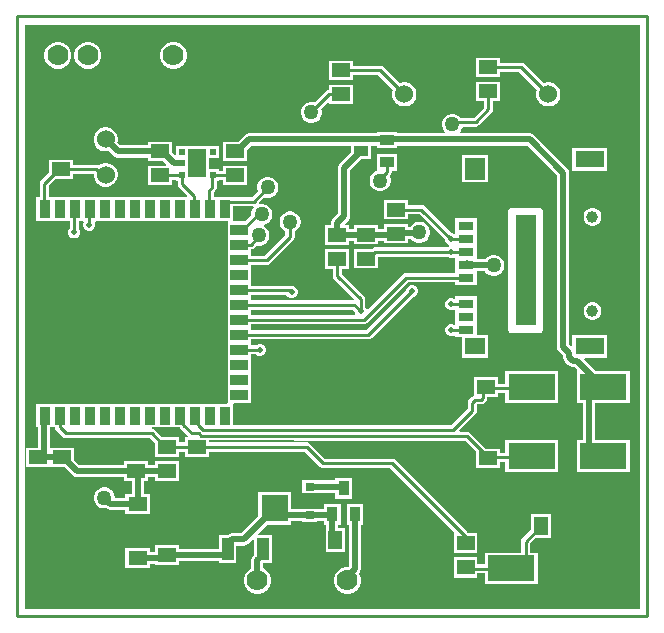
<source format=gtl>
G04*
G04 #@! TF.GenerationSoftware,Altium Limited,Altium Designer,22.6.1 (34)*
G04*
G04 Layer_Physical_Order=1*
G04 Layer_Color=255*
%FSLAX25Y25*%
%MOIN*%
G70*
G04*
G04 #@! TF.SameCoordinates,25FD31E9-3CFC-4910-949B-E761997E39EF*
G04*
G04*
G04 #@! TF.FilePolarity,Positive*
G04*
G01*
G75*
%ADD12C,0.01000*%
%ADD19R,0.06500X0.07300*%
%ADD20R,0.09600X0.05700*%
%ADD21R,0.06500X0.05700*%
%ADD22R,0.05118X0.02756*%
%ADD23R,0.15748X0.08504*%
%ADD24R,0.04961X0.03543*%
%ADD25R,0.06299X0.04724*%
%ADD26R,0.09843X0.17717*%
%ADD27R,0.03000X0.02500*%
%ADD28R,0.05906X0.04724*%
%ADD29R,0.05906X0.09449*%
%ADD30R,0.02165X0.01968*%
%ADD31R,0.03900X0.07400*%
%ADD32R,0.03900X0.07450*%
%ADD33R,0.03543X0.05906*%
%ADD34R,0.05906X0.03543*%
%ADD35R,0.03543X0.03543*%
%ADD36R,0.09055X0.09055*%
%ADD37R,0.06000X0.04500*%
%ADD38R,0.04500X0.06000*%
%ADD39R,0.03543X0.04961*%
%ADD61C,0.07000*%
%ADD64C,0.02000*%
%ADD65C,0.03937*%
%ADD66C,0.06000*%
%ADD67C,0.01575*%
%ADD68C,0.02000*%
%ADD69C,0.05000*%
G36*
X488500Y263000D02*
X283500D01*
Y457500D01*
X488500D01*
Y263000D01*
D02*
G37*
%LPC*%
G36*
X333592Y452000D02*
X332408D01*
X331263Y451693D01*
X330237Y451101D01*
X329399Y450263D01*
X328807Y449237D01*
X328500Y448092D01*
Y446908D01*
X328807Y445763D01*
X329399Y444737D01*
X330237Y443899D01*
X331263Y443307D01*
X332408Y443000D01*
X333592D01*
X334737Y443307D01*
X335763Y443899D01*
X336601Y444737D01*
X337193Y445763D01*
X337500Y446908D01*
Y448092D01*
X337193Y449237D01*
X336601Y450263D01*
X335763Y451101D01*
X334737Y451693D01*
X333592Y452000D01*
D02*
G37*
G36*
X305092D02*
X303908D01*
X302763Y451693D01*
X301737Y451101D01*
X300899Y450263D01*
X300307Y449237D01*
X300000Y448092D01*
Y446908D01*
X300307Y445763D01*
X300899Y444737D01*
X301737Y443899D01*
X302763Y443307D01*
X303908Y443000D01*
X305092D01*
X306237Y443307D01*
X307263Y443899D01*
X308101Y444737D01*
X308693Y445763D01*
X309000Y446908D01*
Y448092D01*
X308693Y449237D01*
X308101Y450263D01*
X307263Y451101D01*
X306237Y451693D01*
X305092Y452000D01*
D02*
G37*
G36*
X295092D02*
X293908D01*
X292763Y451693D01*
X291737Y451101D01*
X290899Y450263D01*
X290307Y449237D01*
X290000Y448092D01*
Y446908D01*
X290307Y445763D01*
X290899Y444737D01*
X291737Y443899D01*
X292763Y443307D01*
X293908Y443000D01*
X295092D01*
X296237Y443307D01*
X297263Y443899D01*
X298101Y444737D01*
X298693Y445763D01*
X299000Y446908D01*
Y448092D01*
X298693Y449237D01*
X298101Y450263D01*
X297263Y451101D01*
X296237Y451693D01*
X295092Y452000D01*
D02*
G37*
G36*
X393000Y437750D02*
X385000D01*
Y436029D01*
X384415Y435913D01*
X383919Y435581D01*
X380152Y431815D01*
X379461Y432000D01*
X378539D01*
X377649Y431762D01*
X376851Y431301D01*
X376199Y430649D01*
X375739Y429851D01*
X375500Y428961D01*
Y428039D01*
X375739Y427149D01*
X376199Y426351D01*
X376851Y425699D01*
X377649Y425239D01*
X378539Y425000D01*
X379461D01*
X380351Y425239D01*
X381149Y425699D01*
X381801Y426351D01*
X382261Y427149D01*
X382500Y428039D01*
Y428961D01*
X382315Y429652D01*
X384538Y431875D01*
X385000Y431684D01*
Y431250D01*
X393000D01*
Y437750D01*
D02*
G37*
G36*
X442000Y446750D02*
X434000D01*
Y440250D01*
X442000D01*
Y441971D01*
X448366D01*
X454280Y436057D01*
X454273Y436044D01*
X454000Y435027D01*
Y433973D01*
X454273Y432956D01*
X454799Y432044D01*
X455544Y431299D01*
X456456Y430773D01*
X457473Y430500D01*
X458527D01*
X459544Y430773D01*
X460456Y431299D01*
X461201Y432044D01*
X461727Y432956D01*
X462000Y433973D01*
Y435027D01*
X461727Y436044D01*
X461201Y436956D01*
X460456Y437701D01*
X459544Y438227D01*
X458527Y438500D01*
X457473D01*
X456456Y438227D01*
X456443Y438220D01*
X450081Y444581D01*
X449585Y444913D01*
X449000Y445029D01*
X442000D01*
Y446750D01*
D02*
G37*
G36*
X393000Y445750D02*
X385000D01*
Y439250D01*
X393000D01*
Y440971D01*
X401367D01*
X406280Y436057D01*
X406273Y436044D01*
X406000Y435027D01*
Y433973D01*
X406273Y432956D01*
X406799Y432044D01*
X407544Y431299D01*
X408456Y430773D01*
X409473Y430500D01*
X410527D01*
X411544Y430773D01*
X412456Y431299D01*
X413201Y432044D01*
X413727Y432956D01*
X414000Y433973D01*
Y435027D01*
X413727Y436044D01*
X413201Y436956D01*
X412456Y437701D01*
X411544Y438227D01*
X410527Y438500D01*
X409473D01*
X408456Y438227D01*
X408443Y438220D01*
X403081Y443581D01*
X402585Y443913D01*
X402000Y444029D01*
X393000D01*
Y445750D01*
D02*
G37*
G36*
X442000Y438750D02*
X434000D01*
Y432250D01*
X436471D01*
Y430133D01*
X433132Y426795D01*
X428655D01*
X428149Y427301D01*
X427351Y427762D01*
X426461Y428000D01*
X425539D01*
X424649Y427762D01*
X423851Y427301D01*
X423199Y426649D01*
X422739Y425851D01*
X422500Y424961D01*
Y424039D01*
X422739Y423149D01*
X423199Y422351D01*
X423511Y422039D01*
X423304Y421539D01*
X407711D01*
Y422112D01*
X400750D01*
Y421539D01*
X358250D01*
X357470Y421384D01*
X356808Y420942D01*
X354616Y418750D01*
X349500D01*
Y412250D01*
X357500D01*
Y415866D01*
X359095Y417461D01*
X392089D01*
Y415003D01*
X388558Y411473D01*
X388116Y410811D01*
X387961Y410031D01*
Y394937D01*
X386244Y393220D01*
X385802Y392559D01*
X385647Y391778D01*
Y390950D01*
X383600D01*
Y384450D01*
X391600D01*
Y385661D01*
X393200D01*
Y384550D01*
X401200D01*
Y385661D01*
X403300D01*
Y384850D01*
X411300D01*
Y386311D01*
X412339D01*
X412851Y385799D01*
X413649Y385338D01*
X414539Y385100D01*
X415461D01*
X416351Y385338D01*
X417149Y385799D01*
X417801Y386451D01*
X418261Y387249D01*
X418500Y388139D01*
Y389061D01*
X418261Y389951D01*
X417801Y390749D01*
X417149Y391401D01*
X416351Y391862D01*
X415461Y392100D01*
X414539D01*
X413649Y391862D01*
X412851Y391401D01*
X412199Y390749D01*
X411992Y390389D01*
X411300D01*
Y391350D01*
X403300D01*
Y389739D01*
X401200D01*
Y391050D01*
X393200D01*
Y389739D01*
X391600D01*
Y390950D01*
X390395D01*
X390204Y391412D01*
X391442Y392650D01*
X391884Y393312D01*
X392039Y394092D01*
Y409186D01*
X395682Y412828D01*
X399050D01*
Y417461D01*
X400750D01*
Y416569D01*
X407711D01*
Y417461D01*
X450984D01*
X460861Y407584D01*
Y350379D01*
X461016Y349599D01*
X461458Y348938D01*
X462953Y347443D01*
Y346870D01*
X463108Y346090D01*
X463550Y345428D01*
X464722Y344257D01*
X464722Y344257D01*
X465383Y343815D01*
X466164Y343660D01*
X466736D01*
X467682Y342714D01*
X467490Y342252D01*
X467406D01*
Y331748D01*
X469461D01*
Y319252D01*
X467406D01*
Y308748D01*
X485153D01*
Y319252D01*
X473539D01*
Y331748D01*
X485153D01*
Y342252D01*
X473911D01*
X469927Y346237D01*
X470118Y346699D01*
X477592D01*
Y354399D01*
X465992D01*
Y350824D01*
X465530Y350633D01*
X464939Y351224D01*
Y408428D01*
X464784Y409209D01*
X464342Y409870D01*
X453270Y420942D01*
X452609Y421384D01*
X451828Y421539D01*
X428696D01*
X428489Y422039D01*
X428801Y422351D01*
X429261Y423149D01*
X429419Y423736D01*
X433765D01*
X434351Y423852D01*
X434847Y424184D01*
X439081Y428419D01*
X439413Y428915D01*
X439529Y429500D01*
Y432250D01*
X442000D01*
Y438750D01*
D02*
G37*
G36*
X477592Y416701D02*
X465992D01*
Y409001D01*
X477592D01*
Y416701D01*
D02*
G37*
G36*
X437853Y414450D02*
X429353D01*
Y405150D01*
X437853D01*
Y414450D01*
D02*
G37*
G36*
X311027Y423500D02*
X309973D01*
X308956Y423227D01*
X308044Y422701D01*
X307299Y421956D01*
X306773Y421044D01*
X306500Y420027D01*
Y418973D01*
X306773Y417956D01*
X307299Y417044D01*
X308044Y416299D01*
X308956Y415773D01*
X309973Y415500D01*
X311027D01*
X311492Y415625D01*
X313058Y414058D01*
X313720Y413616D01*
X314500Y413461D01*
X324500D01*
Y412250D01*
X329616D01*
X330654Y411212D01*
X330463Y410750D01*
X324500D01*
Y404250D01*
X332500D01*
Y406034D01*
X333858D01*
Y405579D01*
X334412D01*
Y404669D01*
X334528Y404084D01*
X334859Y403588D01*
X337690Y400757D01*
X337499Y400295D01*
X291529D01*
Y404116D01*
X293663Y406250D01*
X299500D01*
Y407971D01*
X306500D01*
Y407162D01*
X306773Y406145D01*
X307299Y405233D01*
X308044Y404488D01*
X308956Y403962D01*
X309973Y403689D01*
X311027D01*
X312044Y403962D01*
X312956Y404488D01*
X313701Y405233D01*
X314227Y406145D01*
X314500Y407162D01*
Y408216D01*
X314227Y409233D01*
X313701Y410145D01*
X312956Y410890D01*
X312044Y411416D01*
X311027Y411689D01*
X309973D01*
X308956Y411416D01*
X308044Y410890D01*
X308009Y410854D01*
X307921Y410913D01*
X307336Y411029D01*
X299500D01*
Y412750D01*
X291500D01*
Y408413D01*
X288919Y405831D01*
X288587Y405335D01*
X288471Y404750D01*
Y400295D01*
X287323D01*
Y392390D01*
X298471D01*
Y389799D01*
X298305Y389633D01*
X298000Y388898D01*
Y388102D01*
X298305Y387367D01*
X298867Y386805D01*
X299602Y386500D01*
X300398D01*
X301133Y386805D01*
X301695Y387367D01*
X302000Y388102D01*
Y388898D01*
X301695Y389633D01*
X301529Y389799D01*
Y392390D01*
X302908D01*
X303204Y391890D01*
X303000Y391398D01*
Y390602D01*
X303305Y389867D01*
X303867Y389304D01*
X304602Y389000D01*
X305398D01*
X306133Y389304D01*
X306696Y389867D01*
X307000Y390602D01*
Y391398D01*
X306796Y391890D01*
X307092Y392390D01*
X350656D01*
X351063Y392165D01*
X351063Y391890D01*
Y386622D01*
Y381622D01*
Y376622D01*
Y371622D01*
Y366622D01*
Y361622D01*
Y356622D01*
Y351622D01*
Y346622D01*
Y341622D01*
Y336622D01*
Y331898D01*
X351063Y331622D01*
X350656Y331398D01*
X287323D01*
Y323492D01*
X287961D01*
Y316750D01*
X284000D01*
Y310250D01*
X296741D01*
X299433Y307558D01*
X300095Y307116D01*
X300875Y306961D01*
X316500D01*
Y305750D01*
X319059D01*
Y301417D01*
X316949D01*
Y300094D01*
X313500D01*
Y300461D01*
X313262Y301351D01*
X312801Y302149D01*
X312149Y302801D01*
X311351Y303261D01*
X310461Y303500D01*
X309539D01*
X308649Y303261D01*
X307851Y302801D01*
X307199Y302149D01*
X306738Y301351D01*
X306500Y300461D01*
Y299539D01*
X306738Y298649D01*
X307199Y297851D01*
X307851Y297199D01*
X308649Y296739D01*
X309539Y296500D01*
X310461D01*
X310612Y296540D01*
X311164Y296171D01*
X311945Y296016D01*
X311945Y296016D01*
X316949D01*
Y294693D01*
X325248D01*
Y301417D01*
X323138D01*
Y305750D01*
X324500D01*
Y306961D01*
X327000D01*
Y305750D01*
X335000D01*
Y312250D01*
X327000D01*
Y311039D01*
X324500D01*
Y312250D01*
X316500D01*
Y311039D01*
X301720D01*
X300000Y312759D01*
Y316750D01*
X292039D01*
Y323492D01*
X293577D01*
X293676Y322993D01*
X294008Y322497D01*
X296086Y320419D01*
X296582Y320087D01*
X297167Y319971D01*
X325116D01*
X327000Y318087D01*
Y313750D01*
X335000D01*
Y315471D01*
X337000D01*
Y313750D01*
X345000D01*
Y315471D01*
X376885D01*
X381937Y310419D01*
X382433Y310087D01*
X383018Y309971D01*
X405367D01*
X426591Y288747D01*
X426466Y288445D01*
X426466D01*
Y281721D01*
X434371D01*
Y288445D01*
X431218D01*
X407081Y312581D01*
X406585Y312913D01*
X406000Y313029D01*
X383652D01*
X378600Y318081D01*
X378104Y318413D01*
X377518Y318529D01*
X345000D01*
Y319221D01*
X373073D01*
X373123Y319187D01*
X373708Y319071D01*
X430267D01*
X433800Y315537D01*
Y309950D01*
X441800D01*
Y311971D01*
X443626D01*
Y308748D01*
X461374D01*
Y319252D01*
X443626D01*
Y315029D01*
X441800D01*
Y316450D01*
X437213D01*
X431981Y321681D01*
X431485Y322013D01*
X430900Y322129D01*
X428546D01*
X428354Y322591D01*
X433763Y328000D01*
X434094Y328496D01*
X434211Y329081D01*
Y331139D01*
X435514D01*
X436099Y331256D01*
X436596Y331587D01*
X437181Y332173D01*
X437513Y332669D01*
X437629Y333254D01*
Y333669D01*
X441181D01*
Y334971D01*
X443626D01*
Y331748D01*
X461374D01*
Y342252D01*
X443626D01*
Y338029D01*
X441181D01*
Y340169D01*
X433181D01*
Y334123D01*
X432975Y334082D01*
X432479Y333750D01*
X431600Y332871D01*
X431269Y332375D01*
X431152Y331790D01*
Y329715D01*
X425617Y324179D01*
X352866D01*
Y331122D01*
X352866Y331398D01*
X353273Y331622D01*
X358968D01*
Y336622D01*
Y341622D01*
Y347871D01*
X360501D01*
X360667Y347705D01*
X361402Y347400D01*
X362198D01*
X362933Y347705D01*
X363495Y348267D01*
X363800Y349002D01*
Y349798D01*
X363495Y350533D01*
X362933Y351096D01*
X362198Y351400D01*
X361402D01*
X360667Y351096D01*
X360501Y350929D01*
X358968D01*
Y352864D01*
X397994D01*
X398579Y352981D01*
X399075Y353312D01*
X412763Y367000D01*
X412998D01*
X413733Y367304D01*
X414295Y367867D01*
X414600Y368602D01*
Y369398D01*
X414295Y370133D01*
X413733Y370695D01*
X412998Y371000D01*
X412202D01*
X411467Y370695D01*
X410905Y370133D01*
X410600Y369398D01*
Y369163D01*
X397360Y355923D01*
X358968D01*
Y357864D01*
X396429D01*
X397014Y357981D01*
X397511Y358312D01*
X411125Y371926D01*
X426998D01*
Y371078D01*
X434116D01*
Y375604D01*
X436853D01*
X436999Y375351D01*
X437651Y374699D01*
X438449Y374238D01*
X439339Y374000D01*
X440261D01*
X441151Y374238D01*
X441949Y374699D01*
X442601Y375351D01*
X443061Y376149D01*
X443300Y377039D01*
Y377961D01*
X443061Y378851D01*
X442601Y379649D01*
X441949Y380301D01*
X441151Y380762D01*
X440261Y381000D01*
X439339D01*
X438449Y380762D01*
X437651Y380301D01*
X437033Y379682D01*
X434116D01*
Y384070D01*
Y388401D01*
Y393157D01*
X426998D01*
Y388286D01*
X426996Y388283D01*
X426498Y387993D01*
X425998Y388200D01*
X425763D01*
X416781Y397181D01*
X416285Y397513D01*
X415700Y397629D01*
X411300D01*
Y399350D01*
X403300D01*
Y392850D01*
X411300D01*
Y394571D01*
X415066D01*
X423600Y386037D01*
Y385802D01*
X423905Y385067D01*
X424467Y384505D01*
X424790Y384371D01*
Y383829D01*
X424467Y383696D01*
X424301Y383529D01*
X400150D01*
X399565Y383413D01*
X399069Y383081D01*
X399037Y383050D01*
X393200D01*
Y376550D01*
X401200D01*
Y380471D01*
X424301D01*
X424467Y380305D01*
X425202Y380000D01*
X425998D01*
X426498Y380207D01*
X426996Y379917D01*
X426998Y379914D01*
Y374985D01*
X410491D01*
X409906Y374869D01*
X409410Y374537D01*
X397803Y362931D01*
X397214Y363048D01*
X397095Y363333D01*
X396929Y363499D01*
Y366175D01*
X396813Y366760D01*
X396481Y367256D01*
X389129Y374608D01*
Y376450D01*
X391600D01*
Y382950D01*
X383600D01*
Y376450D01*
X386071D01*
Y373975D01*
X386187Y373390D01*
X386519Y372894D01*
X393083Y366329D01*
X392876Y365829D01*
X358968D01*
Y367671D01*
X370720D01*
X370805Y367467D01*
X371367Y366904D01*
X372102Y366600D01*
X372898D01*
X373633Y366904D01*
X374196Y367467D01*
X374500Y368202D01*
Y368998D01*
X374196Y369733D01*
X373633Y370296D01*
X372898Y370600D01*
X372234D01*
X372215Y370613D01*
X371629Y370729D01*
X358968D01*
Y377637D01*
X364124D01*
X364709Y377753D01*
X365205Y378085D01*
X372981Y385861D01*
X373313Y386357D01*
X373429Y386943D01*
Y388842D01*
X374049Y389199D01*
X374701Y389851D01*
X375162Y390649D01*
X375400Y391539D01*
Y392461D01*
X375162Y393351D01*
X374701Y394149D01*
X374049Y394801D01*
X373251Y395262D01*
X372361Y395500D01*
X371439D01*
X370549Y395262D01*
X369751Y394801D01*
X369099Y394149D01*
X368638Y393351D01*
X368400Y392461D01*
Y391539D01*
X368638Y390649D01*
X369099Y389851D01*
X369751Y389199D01*
X370371Y388842D01*
Y387576D01*
X363490Y380696D01*
X358968D01*
Y382879D01*
X359479Y382981D01*
X359975Y383312D01*
X360742Y384080D01*
X361039Y384000D01*
X361961D01*
X362851Y384239D01*
X363649Y384699D01*
X364301Y385351D01*
X364761Y386149D01*
X365000Y387039D01*
Y387961D01*
X364761Y388851D01*
X364301Y389649D01*
X363649Y390301D01*
X363216Y390551D01*
X363287Y391087D01*
X363851Y391238D01*
X364649Y391699D01*
X365301Y392351D01*
X365761Y393149D01*
X366000Y394039D01*
Y394961D01*
X365761Y395851D01*
X365301Y396649D01*
X364649Y397301D01*
X363851Y397762D01*
X362961Y398000D01*
X362039D01*
X361808Y397938D01*
X361549Y398386D01*
X363348Y400185D01*
X364039Y400000D01*
X364961D01*
X365851Y400239D01*
X366649Y400699D01*
X367301Y401351D01*
X367761Y402149D01*
X368000Y403039D01*
Y403961D01*
X367761Y404851D01*
X367301Y405649D01*
X366649Y406301D01*
X365851Y406762D01*
X364961Y407000D01*
X364039D01*
X363149Y406762D01*
X362351Y406301D01*
X361699Y405649D01*
X361239Y404851D01*
X361000Y403961D01*
Y403039D01*
X361185Y402348D01*
X359162Y400325D01*
X351366D01*
X351218Y400295D01*
X346529D01*
Y401866D01*
X347042Y402379D01*
X347374Y402875D01*
X347490Y403461D01*
Y405579D01*
X348142D01*
Y406034D01*
X349500D01*
Y404250D01*
X357500D01*
Y410750D01*
X349500D01*
Y409092D01*
X348142D01*
Y409547D01*
X344953D01*
Y413453D01*
X348142D01*
Y417421D01*
X343976D01*
Y417224D01*
X338024D01*
Y417421D01*
X333858D01*
Y414429D01*
X333396Y414237D01*
X332500Y415134D01*
Y418750D01*
X324500D01*
Y417539D01*
X315345D01*
X314375Y418508D01*
X314500Y418973D01*
Y420027D01*
X314227Y421044D01*
X313701Y421956D01*
X312956Y422701D01*
X312044Y423227D01*
X311027Y423500D01*
D02*
G37*
G36*
X407711Y414632D02*
X400750D01*
Y409115D01*
X400549Y409061D01*
X399751Y408601D01*
X399099Y407949D01*
X398639Y407151D01*
X398400Y406261D01*
Y405339D01*
X398639Y404449D01*
X399099Y403651D01*
X399751Y402999D01*
X400549Y402538D01*
X401439Y402300D01*
X402361D01*
X403251Y402538D01*
X404049Y402999D01*
X404701Y403651D01*
X405162Y404449D01*
X405400Y405339D01*
Y406261D01*
X405162Y407151D01*
X405086Y407281D01*
X405312Y407507D01*
X405644Y408003D01*
X405760Y408588D01*
Y409088D01*
X407711D01*
Y414632D01*
D02*
G37*
G36*
X473091Y396669D02*
X472309D01*
X471554Y396466D01*
X470877Y396075D01*
X470325Y395523D01*
X469934Y394846D01*
X469732Y394091D01*
Y393309D01*
X469934Y392554D01*
X470325Y391877D01*
X470877Y391325D01*
X471554Y390934D01*
X472309Y390732D01*
X473091D01*
X473846Y390934D01*
X474523Y391325D01*
X475075Y391877D01*
X475466Y392554D01*
X475668Y393309D01*
Y394091D01*
X475466Y394846D01*
X475075Y395523D01*
X474523Y396075D01*
X473846Y396466D01*
X473091Y396669D01*
D02*
G37*
G36*
X434116Y367172D02*
X426998D01*
Y366686D01*
X426996Y366683D01*
X426498Y366393D01*
X425998Y366600D01*
X425202D01*
X424467Y366296D01*
X423905Y365733D01*
X423600Y364998D01*
Y364202D01*
X423905Y363467D01*
X424467Y362905D01*
X425202Y362600D01*
X425998D01*
X426498Y362807D01*
X426996Y362517D01*
X426998Y362514D01*
Y358086D01*
X426996Y358083D01*
X426498Y357793D01*
X425998Y358000D01*
X425202D01*
X424467Y357696D01*
X423905Y357133D01*
X423600Y356398D01*
Y355602D01*
X423905Y354867D01*
X424467Y354305D01*
X425202Y354000D01*
X425998D01*
X426498Y354207D01*
X426996Y353917D01*
X426998Y353914D01*
Y353755D01*
X429353D01*
Y346699D01*
X437853D01*
Y354399D01*
X434116D01*
Y358086D01*
Y362417D01*
Y367172D01*
D02*
G37*
G36*
X473091Y365268D02*
X472309D01*
X471554Y365066D01*
X470877Y364675D01*
X470325Y364123D01*
X469934Y363446D01*
X469732Y362691D01*
Y361909D01*
X469934Y361154D01*
X470325Y360477D01*
X470877Y359925D01*
X471554Y359534D01*
X472309Y359331D01*
X473091D01*
X473846Y359534D01*
X474523Y359925D01*
X475075Y360477D01*
X475466Y361154D01*
X475668Y361909D01*
Y362691D01*
X475466Y363446D01*
X475075Y364123D01*
X474523Y364675D01*
X473846Y365066D01*
X473091Y365268D01*
D02*
G37*
G36*
X455100Y396775D02*
X445800D01*
X445312Y396677D01*
X444899Y396401D01*
X444623Y395988D01*
X444525Y395500D01*
Y356300D01*
X444623Y355812D01*
X444899Y355399D01*
X445312Y355122D01*
X445800Y355026D01*
X455100D01*
X455588Y355122D01*
X456001Y355399D01*
X456278Y355812D01*
X456375Y356300D01*
Y395500D01*
X456278Y395988D01*
X456001Y396401D01*
X455588Y396677D01*
X455100Y396775D01*
D02*
G37*
G36*
X392531Y306642D02*
X386988D01*
Y305839D01*
X381000D01*
Y306050D01*
X376000D01*
Y301550D01*
X381000D01*
Y301761D01*
X386988D01*
Y299681D01*
X392531D01*
Y306642D01*
D02*
G37*
G36*
X372328Y302028D02*
X361272D01*
Y293856D01*
X355595Y288179D01*
X352557D01*
X352557Y288179D01*
X351777Y288024D01*
X351142Y287600D01*
X348139D01*
Y283039D01*
X335000D01*
Y284250D01*
X327000D01*
Y281984D01*
X325248D01*
Y283307D01*
X316949D01*
Y276583D01*
X325248D01*
Y277906D01*
X327000D01*
Y277750D01*
X335000D01*
Y278961D01*
X348139D01*
Y278200D01*
X354039D01*
Y284101D01*
X356440D01*
X357221Y284256D01*
X357882Y284698D01*
X359488Y286304D01*
X359950Y286113D01*
Y281062D01*
X359558Y280670D01*
X359116Y280009D01*
X358961Y279228D01*
Y276519D01*
X358237Y276101D01*
X357399Y275263D01*
X356807Y274237D01*
X356500Y273092D01*
Y271908D01*
X356807Y270763D01*
X357399Y269737D01*
X358237Y268899D01*
X359263Y268307D01*
X360408Y268000D01*
X361592D01*
X362737Y268307D01*
X363763Y268899D01*
X364601Y269737D01*
X365193Y270763D01*
X365500Y271908D01*
Y273092D01*
X365193Y274237D01*
X364601Y275263D01*
X363763Y276101D01*
X363039Y276519D01*
Y278175D01*
X365850D01*
Y287625D01*
X361462D01*
X361271Y288087D01*
X364156Y290972D01*
X372328D01*
Y292161D01*
X376000D01*
Y291950D01*
X381000D01*
Y292161D01*
X383248D01*
Y291020D01*
X383961D01*
Y290000D01*
X383750D01*
Y282000D01*
X390250D01*
Y290000D01*
X388039D01*
Y291020D01*
X388791D01*
Y297980D01*
X383248D01*
Y296239D01*
X381000D01*
Y296450D01*
X376000D01*
Y296239D01*
X372328D01*
Y302028D01*
D02*
G37*
G36*
X458750Y294500D02*
X452250D01*
Y289413D01*
X449363Y286526D01*
X449032Y286030D01*
X448915Y285445D01*
Y281752D01*
X436846D01*
Y277895D01*
X434371D01*
Y280178D01*
X426466D01*
Y273453D01*
X434371D01*
Y274837D01*
X436846D01*
Y271248D01*
X454595D01*
Y281752D01*
X451974D01*
Y284811D01*
X453663Y286500D01*
X458750D01*
Y294500D01*
D02*
G37*
G36*
X396272Y297980D02*
X390728D01*
Y291020D01*
X391461D01*
Y277016D01*
X391445Y277000D01*
X390408D01*
X389263Y276693D01*
X388237Y276101D01*
X387399Y275263D01*
X386807Y274237D01*
X386500Y273092D01*
Y271908D01*
X386807Y270763D01*
X387399Y269737D01*
X388237Y268899D01*
X389263Y268307D01*
X390408Y268000D01*
X391592D01*
X392737Y268307D01*
X393763Y268899D01*
X394601Y269737D01*
X395193Y270763D01*
X395500Y271908D01*
Y273092D01*
X395193Y274237D01*
X394921Y274709D01*
X394942Y274730D01*
X395384Y275391D01*
X395539Y276172D01*
Y291020D01*
X396272D01*
Y297980D01*
D02*
G37*
%LPD*%
G36*
X359831Y396781D02*
X359699Y396649D01*
X359239Y395851D01*
X359000Y394961D01*
Y394360D01*
X356806Y392165D01*
X353273D01*
X352866Y392390D01*
X352866Y392665D01*
Y397266D01*
X359609D01*
X359831Y396781D01*
D02*
G37*
G36*
X393400Y362037D02*
Y361802D01*
X393557Y361423D01*
X393223Y360923D01*
X358968D01*
Y362771D01*
X392667D01*
X393400Y362037D01*
D02*
G37*
G36*
X335285Y323246D02*
X337781Y320750D01*
X337574Y320250D01*
X337000D01*
Y318529D01*
X335000D01*
Y320250D01*
X329163D01*
X326831Y322581D01*
X326335Y322913D01*
X325937Y322992D01*
X325987Y323492D01*
X335120D01*
X335285Y323246D01*
D02*
G37*
G36*
X453826Y357575D02*
X447075D01*
Y394226D01*
X453826D01*
Y357575D01*
D02*
G37*
D12*
X373708Y320600D02*
X430900D01*
X438300Y313200D01*
X343044Y322650D02*
X426250D01*
X373558Y320750D02*
X373708Y320600D01*
X341407Y321600D02*
X342257Y320750D01*
X373558D01*
X339094Y321600D02*
X341407D01*
X336366Y324327D02*
X339094Y321600D01*
X426250Y322650D02*
X432681Y329081D01*
X438300Y313500D02*
X452000D01*
X437431Y336500D02*
X453000D01*
X436100Y335169D02*
X437431Y336500D01*
X436100Y333254D02*
Y335169D01*
X435514Y332669D02*
X436100Y333254D01*
X433560Y332669D02*
X435514D01*
X432681Y331790D02*
X433560Y332669D01*
X432681Y329081D02*
Y331790D01*
X341366Y324327D02*
X343044Y322650D01*
X401900Y405800D02*
Y406257D01*
X404231Y408588D02*
Y411860D01*
X401900Y406257D02*
X404231Y408588D01*
X364124Y379166D02*
X371900Y386943D01*
Y392000D01*
X355469Y379166D02*
X364124D01*
X400150Y382000D02*
X430439D01*
X397950Y379800D02*
X400150Y382000D01*
X397200Y379800D02*
X397950D01*
X396429Y359394D02*
X410491Y373456D01*
X430557D01*
X355016Y354394D02*
X397994D01*
X412600Y369000D01*
X371629Y369200D02*
X372229Y368600D01*
X355209Y369200D02*
X371629D01*
X372229Y368600D02*
X372500D01*
X355016Y369394D02*
X355209Y369200D01*
X355016Y349394D02*
X355022Y349400D01*
X361800D01*
X430433Y386324D02*
X430557Y386448D01*
X425724Y386324D02*
X430433D01*
X425600Y386200D02*
X425724Y386324D01*
X407300Y396100D02*
X415700D01*
X425600Y386200D01*
X387600Y373975D02*
X395400Y366175D01*
Y362200D02*
Y366175D01*
X393300Y364300D02*
X395400Y362200D01*
X355109Y364300D02*
X393300D01*
X387600Y373975D02*
Y379700D01*
X355016Y364394D02*
X355109Y364300D01*
X425600Y356000D02*
X425667Y356066D01*
X430490D02*
X430557Y356133D01*
X425667Y356066D02*
X430490D01*
X425697Y364697D02*
X430459D01*
X430557Y364794D01*
X425600Y364600D02*
X425697Y364697D01*
X430439Y382000D02*
X430557Y382117D01*
X355016Y359394D02*
X396429D01*
X450445Y276500D02*
Y285445D01*
X430419Y276366D02*
X448866D01*
X341000Y317000D02*
X377518D01*
X383018Y311500D01*
X406000D01*
X431004Y286496D01*
X340000Y396500D02*
Y400610D01*
X335941Y404669D02*
X340000Y400610D01*
X345000Y402500D02*
X345961Y403461D01*
Y407563D01*
X345000Y396500D02*
Y402500D01*
X335941Y407559D02*
X336000Y407500D01*
X335937Y407563D02*
X335941Y407559D01*
Y407563D01*
Y404669D02*
Y407559D01*
X341366Y324327D02*
Y326173D01*
X340094Y327445D02*
X341366Y326173D01*
X336366Y324327D02*
Y326173D01*
X335094Y327445D02*
X336366Y326173D01*
X402000Y442500D02*
X410000Y434500D01*
Y433500D02*
Y434500D01*
X389000Y442500D02*
X402000D01*
X438000Y443500D02*
X449000D01*
X458000Y434500D01*
X385000D02*
X389000D01*
X379000Y428500D02*
X385000Y434500D01*
X358894Y384394D02*
X362000Y387500D01*
X362500Y394500D02*
X363000D01*
X361303D02*
X362500D01*
X356197Y389394D02*
X361303Y394500D01*
X355016Y389394D02*
X356197D01*
X355016Y384394D02*
X358894D01*
X438000Y429500D02*
Y435500D01*
X433765Y425265D02*
X438000Y429500D01*
X426765Y425265D02*
X433765D01*
X426000Y424500D02*
X426765Y425265D01*
X448866Y276366D02*
X449500Y277000D01*
X450445Y285445D02*
X455500Y290500D01*
X350095Y396342D02*
Y397524D01*
X351366Y398795D01*
X359795D01*
X364500Y403500D01*
X328500Y407500D02*
X328563Y407563D01*
X335937D01*
X353437D02*
X353500Y407500D01*
X346063Y407563D02*
X353437D01*
X290000Y396500D02*
Y404750D01*
X294750Y409500D01*
X295500D01*
X309336Y407500D02*
X310000D01*
X295500Y409500D02*
X307336D01*
X309336Y407500D01*
X295089Y327439D02*
X295094Y327445D01*
X297167Y321500D02*
X325750D01*
X295089Y323578D02*
Y327439D01*
Y323578D02*
X297167Y321500D01*
X330250Y317000D02*
X331000D01*
X325750Y321500D02*
X330250Y317000D01*
X331000D02*
X341000D01*
X300000Y388500D02*
Y396248D01*
X305000Y391000D02*
Y396248D01*
X305095Y396342D01*
X300000Y396248D02*
X300095Y396342D01*
X281000Y260500D02*
X491000D01*
X281000Y460500D02*
X491000D01*
Y260500D02*
Y460500D01*
X281000Y260500D02*
Y460500D01*
D19*
X433603Y409800D02*
D03*
D20*
X471792Y412851D02*
D03*
Y350549D02*
D03*
D21*
X433603D02*
D03*
D22*
X430557Y356133D02*
D03*
Y360464D02*
D03*
Y364794D02*
D03*
Y369125D02*
D03*
Y373456D02*
D03*
Y377787D02*
D03*
Y382117D02*
D03*
Y386448D02*
D03*
Y390779D02*
D03*
D23*
X452500Y337000D02*
D03*
X476279D02*
D03*
X469500Y276500D02*
D03*
X445720D02*
D03*
X476279Y314000D02*
D03*
X452500D02*
D03*
D24*
X395569Y415600D02*
D03*
X404231Y411860D02*
D03*
Y419340D02*
D03*
D25*
X321098Y298055D02*
D03*
Y279945D02*
D03*
Y289000D02*
D03*
D26*
X295902D02*
D03*
D27*
X378500Y294200D02*
D03*
Y303800D02*
D03*
D28*
X430419Y285083D02*
D03*
Y276815D02*
D03*
D29*
X341000Y411500D02*
D03*
D30*
X335941Y415437D02*
D03*
Y411500D02*
D03*
Y407563D02*
D03*
X346059Y415437D02*
D03*
Y411500D02*
D03*
Y407563D02*
D03*
D31*
X351089Y282900D02*
D03*
D32*
X362900D02*
D03*
D33*
X285094Y396342D02*
D03*
X290094D02*
D03*
X295094D02*
D03*
X300095D02*
D03*
X305095D02*
D03*
X310094D02*
D03*
X315094D02*
D03*
X320094D02*
D03*
X325095D02*
D03*
X330095D02*
D03*
X335094D02*
D03*
X340094D02*
D03*
X345094D02*
D03*
X350095D02*
D03*
Y327445D02*
D03*
X345094D02*
D03*
X340094D02*
D03*
X335094D02*
D03*
X330095D02*
D03*
X325095D02*
D03*
X320094D02*
D03*
X315094D02*
D03*
X310094D02*
D03*
X305095D02*
D03*
X300095D02*
D03*
X295094D02*
D03*
X290094D02*
D03*
X285094D02*
D03*
D34*
X355016Y389394D02*
D03*
Y384394D02*
D03*
Y379394D02*
D03*
Y374394D02*
D03*
Y369394D02*
D03*
Y364394D02*
D03*
Y359394D02*
D03*
Y354394D02*
D03*
Y349394D02*
D03*
Y344394D02*
D03*
Y339394D02*
D03*
Y334394D02*
D03*
D35*
X309976Y361500D02*
D03*
Y355988D02*
D03*
Y350476D02*
D03*
X321000Y361500D02*
D03*
Y355988D02*
D03*
Y350476D02*
D03*
X315488Y361500D02*
D03*
Y350476D02*
D03*
Y355988D02*
D03*
D36*
X351200Y296500D02*
D03*
X366800D02*
D03*
D37*
X397200Y387800D02*
D03*
Y379800D02*
D03*
X288000Y313500D02*
D03*
Y305500D02*
D03*
X341000Y309000D02*
D03*
Y317000D02*
D03*
X331000Y309000D02*
D03*
Y317000D02*
D03*
X295500Y417500D02*
D03*
Y409500D02*
D03*
X320500Y309000D02*
D03*
Y317000D02*
D03*
X328500Y415500D02*
D03*
Y407500D02*
D03*
X353500Y415500D02*
D03*
Y407500D02*
D03*
X331000Y281000D02*
D03*
Y289000D02*
D03*
X438000Y435500D02*
D03*
Y443500D02*
D03*
X389000Y434500D02*
D03*
Y442500D02*
D03*
X437800Y313200D02*
D03*
Y305200D02*
D03*
X437181Y328919D02*
D03*
Y336919D02*
D03*
X296000Y313500D02*
D03*
Y305500D02*
D03*
X407300Y388100D02*
D03*
Y396100D02*
D03*
X387600Y387700D02*
D03*
Y379700D02*
D03*
D38*
X455500Y290500D02*
D03*
X463500D02*
D03*
X387000Y286000D02*
D03*
X379000D02*
D03*
D39*
X393500Y294500D02*
D03*
X386020D02*
D03*
X389760Y303161D02*
D03*
D61*
X381000Y272500D02*
D03*
X391000D02*
D03*
X361000D02*
D03*
X351000D02*
D03*
X294500Y447500D02*
D03*
X304500D02*
D03*
X323000D02*
D03*
X333000D02*
D03*
D64*
X361000Y419500D02*
X404231D01*
X451828D01*
X462900Y408428D01*
Y350379D02*
X464992Y348287D01*
X462900Y350379D02*
Y408428D01*
X387686Y391778D02*
X390000Y394092D01*
Y410031D02*
X395569Y415600D01*
X390000Y394092D02*
Y410031D01*
X407950Y388350D02*
X414750D01*
X397200Y387700D02*
X407300D01*
X414750Y388350D02*
X415000Y388600D01*
X407300Y387700D02*
X407950Y388350D01*
X387600Y387700D02*
X397200D01*
X430557Y377787D02*
X430700Y377643D01*
X439657D01*
X439800Y377500D01*
X387686Y387786D02*
Y391778D01*
X387600Y387700D02*
X387686Y387786D01*
X430557Y377787D02*
X430935Y378165D01*
X464992Y346870D02*
Y348287D01*
X467581Y345699D02*
X476279Y337000D01*
X464992Y346870D02*
X466164Y345699D01*
X467581D01*
X471555Y337000D02*
X472805D01*
X471500Y313500D02*
Y336945D01*
X296000Y313500D02*
X296375D01*
X288000D02*
X296000D01*
X393500Y276172D02*
Y294500D01*
X391272Y273943D02*
X393500Y276172D01*
X391272Y273728D02*
Y273943D01*
X378500Y294200D02*
X385720D01*
X369100D02*
X378500D01*
X366800Y296500D02*
X369100Y294200D01*
X385720D02*
X386020Y294500D01*
X389121Y303800D02*
X389760Y303161D01*
X378500Y303800D02*
X389121D01*
X361000Y279228D02*
X362900Y281128D01*
X361000Y272500D02*
Y279228D01*
X362900Y281128D02*
Y282900D01*
X351095Y282345D02*
Y283500D01*
X351089Y282900D02*
Y284672D01*
X352557Y286140D01*
X356440D01*
X366800Y296500D01*
X331000Y281000D02*
X349621D01*
X351089Y282469D01*
Y282900D01*
X296375Y313500D02*
X300875Y309000D01*
X329945Y279945D02*
X331000Y281000D01*
X321098Y279945D02*
X329945D01*
X471500Y336945D02*
X471555Y337000D01*
X358250Y419500D02*
X361000D01*
X353500Y415500D02*
X354250D01*
X358250Y419500D01*
X328500Y415500D02*
X329250D01*
X335941Y411500D02*
X336000D01*
X333250D02*
X335941D01*
X329250Y415500D02*
X333250Y411500D01*
X314500Y415500D02*
X328500D01*
X310500Y419500D02*
X314500Y415500D01*
X386000Y294480D02*
X386020Y294500D01*
X386000Y287000D02*
Y294480D01*
X387000Y286000D02*
Y286750D01*
X311945Y298055D02*
X321098D01*
X310000Y300000D02*
X311945Y298055D01*
X290000Y327350D02*
X290094Y327445D01*
X290000Y315500D02*
Y327350D01*
X300875Y309000D02*
X320500D01*
X331000D01*
X320500D02*
X321098Y308402D01*
Y298055D02*
Y308402D01*
D65*
X472700Y393700D02*
D03*
Y362300D02*
D03*
D66*
X410000Y444500D02*
D03*
Y434500D02*
D03*
X458000D02*
D03*
Y444500D02*
D03*
X310500Y407689D02*
D03*
Y419500D02*
D03*
D67*
X321000Y358744D02*
D03*
Y353232D02*
D03*
X315488Y358744D02*
D03*
Y353232D02*
D03*
X309976Y358744D02*
D03*
Y353232D02*
D03*
X318244Y361500D02*
D03*
Y355988D02*
D03*
Y350476D02*
D03*
X312732Y361500D02*
D03*
Y350476D02*
D03*
Y355988D02*
D03*
D68*
X399000Y371700D02*
D03*
X425500Y369100D02*
D03*
X412600Y369000D02*
D03*
X372500Y368600D02*
D03*
X361800Y349400D02*
D03*
X395400Y362200D02*
D03*
X425600Y356000D02*
D03*
Y364600D02*
D03*
Y386200D02*
D03*
X361000Y419500D02*
D03*
X321098Y289000D02*
D03*
X299000Y289500D02*
D03*
X292500D02*
D03*
X296000Y285500D02*
D03*
Y293000D02*
D03*
X344500Y296500D02*
D03*
X358000D02*
D03*
X379000Y286000D02*
D03*
X374000Y382300D02*
D03*
X425600Y382000D02*
D03*
X381800Y368900D02*
D03*
X367100Y330500D02*
D03*
X369500Y274000D02*
D03*
X468500Y299000D02*
D03*
X412000Y344400D02*
D03*
X418700Y312000D02*
D03*
X297500Y428000D02*
D03*
X322500Y434000D02*
D03*
X481500Y425000D02*
D03*
Y450000D02*
D03*
X435900Y369000D02*
D03*
X341000Y411500D02*
D03*
X300000Y388500D02*
D03*
X305000Y391000D02*
D03*
D69*
X371900Y392000D02*
D03*
X401900Y405800D02*
D03*
X415000Y388600D02*
D03*
X439800Y377500D02*
D03*
X362500Y394500D02*
D03*
X361500Y387500D02*
D03*
X426000Y424500D02*
D03*
X379000Y428500D02*
D03*
X364500Y403500D02*
D03*
X310000Y300000D02*
D03*
M02*

</source>
